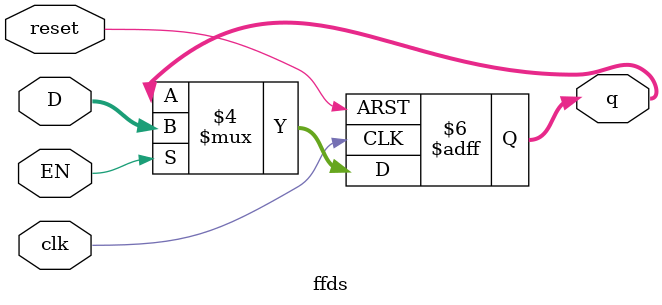
<source format=v>
module ffds (q, D, clk, EN, reset);
    output reg [7:0] q;
    input [7:0] D;
	 input EN;
	 input clk, reset;
   

   always @ (posedge(clk), posedge(reset)) begin
	 
      if 		(reset == 1'b1) 		q <= 1'b1;
		else if 	(EN == 1'b1)			q <= D;
	
	end

endmodule

</source>
